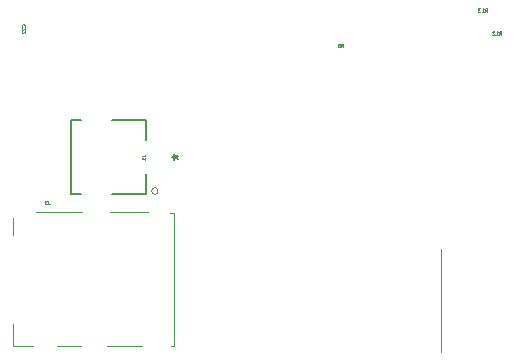
<source format=gbr>
G04 #@! TF.GenerationSoftware,KiCad,Pcbnew,(5.1.5)-3*
G04 #@! TF.CreationDate,2020-04-03T19:02:15-07:00*
G04 #@! TF.ProjectId,ShadowRunner,53686164-6f77-4527-956e-6e65722e6b69,rev?*
G04 #@! TF.SameCoordinates,Original*
G04 #@! TF.FileFunction,Legend,Bot*
G04 #@! TF.FilePolarity,Positive*
%FSLAX46Y46*%
G04 Gerber Fmt 4.6, Leading zero omitted, Abs format (unit mm)*
G04 Created by KiCad (PCBNEW (5.1.5)-3) date 2020-04-03 19:02:15*
%MOMM*%
%LPD*%
G04 APERTURE LIST*
%ADD10C,0.120000*%
%ADD11C,0.152400*%
%ADD12C,0.075000*%
%ADD13C,0.150000*%
G04 APERTURE END LIST*
D10*
X112725000Y-129540000D02*
X112725000Y-131372500D01*
X112725000Y-131372500D02*
X114360000Y-131372500D01*
X112697500Y-121992500D02*
X112697500Y-120537500D01*
X116465000Y-131372500D02*
X118452500Y-131372500D01*
X120670000Y-131372500D02*
X123627500Y-131372500D01*
X114690000Y-120072500D02*
X118510000Y-120072500D01*
X120875000Y-120072500D02*
X124130000Y-120072500D01*
X126015000Y-120102500D02*
X126347500Y-120102500D01*
X126347500Y-120102500D02*
X126347500Y-131372500D01*
X126347500Y-131372500D02*
X126072500Y-131372500D01*
X148905000Y-123175000D02*
X148905000Y-131862500D01*
D11*
X118436560Y-118549600D02*
X117645599Y-118549600D01*
X121108640Y-112250400D02*
X123944799Y-112250400D01*
X123944799Y-116837640D02*
X123944799Y-118549600D01*
X117645599Y-112250400D02*
X118436560Y-112250400D01*
X117645599Y-118549600D02*
X117645599Y-112250400D01*
X123944799Y-118549600D02*
X121108640Y-118549600D01*
X123944799Y-112250400D02*
X123944799Y-113962360D01*
D10*
X124984039Y-118260000D02*
G75*
G03X124984039Y-118260000I-279039J0D01*
G01*
D12*
X115687500Y-119083214D02*
X115687500Y-119297500D01*
X115701785Y-119340357D01*
X115730357Y-119368928D01*
X115773214Y-119383214D01*
X115801785Y-119383214D01*
X115573214Y-119083214D02*
X115387500Y-119083214D01*
X115487500Y-119197500D01*
X115444642Y-119197500D01*
X115416071Y-119211785D01*
X115401785Y-119226071D01*
X115387500Y-119254642D01*
X115387500Y-119326071D01*
X115401785Y-119354642D01*
X115416071Y-119368928D01*
X115444642Y-119383214D01*
X115530357Y-119383214D01*
X115558928Y-119368928D01*
X115573214Y-119354642D01*
X113702142Y-104342142D02*
X113716428Y-104327857D01*
X113730714Y-104285000D01*
X113730714Y-104256428D01*
X113716428Y-104213571D01*
X113687857Y-104185000D01*
X113659285Y-104170714D01*
X113602142Y-104156428D01*
X113559285Y-104156428D01*
X113502142Y-104170714D01*
X113473571Y-104185000D01*
X113445000Y-104213571D01*
X113430714Y-104256428D01*
X113430714Y-104285000D01*
X113445000Y-104327857D01*
X113459285Y-104342142D01*
X113459285Y-104456428D02*
X113445000Y-104470714D01*
X113430714Y-104499285D01*
X113430714Y-104570714D01*
X113445000Y-104599285D01*
X113459285Y-104613571D01*
X113487857Y-104627857D01*
X113516428Y-104627857D01*
X113559285Y-104613571D01*
X113730714Y-104442142D01*
X113730714Y-104627857D01*
X113459285Y-104742142D02*
X113445000Y-104756428D01*
X113430714Y-104785000D01*
X113430714Y-104856428D01*
X113445000Y-104885000D01*
X113459285Y-104899285D01*
X113487857Y-104913571D01*
X113516428Y-104913571D01*
X113559285Y-104899285D01*
X113730714Y-104727857D01*
X113730714Y-104913571D01*
X140475000Y-106080714D02*
X140575000Y-105937857D01*
X140646428Y-106080714D02*
X140646428Y-105780714D01*
X140532142Y-105780714D01*
X140503571Y-105795000D01*
X140489285Y-105809285D01*
X140475000Y-105837857D01*
X140475000Y-105880714D01*
X140489285Y-105909285D01*
X140503571Y-105923571D01*
X140532142Y-105937857D01*
X140646428Y-105937857D01*
X140217857Y-105780714D02*
X140275000Y-105780714D01*
X140303571Y-105795000D01*
X140317857Y-105809285D01*
X140346428Y-105852142D01*
X140360714Y-105909285D01*
X140360714Y-106023571D01*
X140346428Y-106052142D01*
X140332142Y-106066428D01*
X140303571Y-106080714D01*
X140246428Y-106080714D01*
X140217857Y-106066428D01*
X140203571Y-106052142D01*
X140189285Y-106023571D01*
X140189285Y-105952142D01*
X140203571Y-105923571D01*
X140217857Y-105909285D01*
X140246428Y-105895000D01*
X140303571Y-105895000D01*
X140332142Y-105909285D01*
X140346428Y-105923571D01*
X140360714Y-105952142D01*
X153867857Y-105050714D02*
X153967857Y-104907857D01*
X154039285Y-105050714D02*
X154039285Y-104750714D01*
X153925000Y-104750714D01*
X153896428Y-104765000D01*
X153882142Y-104779285D01*
X153867857Y-104807857D01*
X153867857Y-104850714D01*
X153882142Y-104879285D01*
X153896428Y-104893571D01*
X153925000Y-104907857D01*
X154039285Y-104907857D01*
X153582142Y-105050714D02*
X153753571Y-105050714D01*
X153667857Y-105050714D02*
X153667857Y-104750714D01*
X153696428Y-104793571D01*
X153725000Y-104822142D01*
X153753571Y-104836428D01*
X153467857Y-104779285D02*
X153453571Y-104765000D01*
X153425000Y-104750714D01*
X153353571Y-104750714D01*
X153325000Y-104765000D01*
X153310714Y-104779285D01*
X153296428Y-104807857D01*
X153296428Y-104836428D01*
X153310714Y-104879285D01*
X153482142Y-105050714D01*
X153296428Y-105050714D01*
X152667857Y-103100714D02*
X152767857Y-102957857D01*
X152839285Y-103100714D02*
X152839285Y-102800714D01*
X152725000Y-102800714D01*
X152696428Y-102815000D01*
X152682142Y-102829285D01*
X152667857Y-102857857D01*
X152667857Y-102900714D01*
X152682142Y-102929285D01*
X152696428Y-102943571D01*
X152725000Y-102957857D01*
X152839285Y-102957857D01*
X152382142Y-103100714D02*
X152553571Y-103100714D01*
X152467857Y-103100714D02*
X152467857Y-102800714D01*
X152496428Y-102843571D01*
X152525000Y-102872142D01*
X152553571Y-102886428D01*
X152282142Y-102800714D02*
X152096428Y-102800714D01*
X152196428Y-102915000D01*
X152153571Y-102915000D01*
X152125000Y-102929285D01*
X152110714Y-102943571D01*
X152096428Y-102972142D01*
X152096428Y-103043571D01*
X152110714Y-103072142D01*
X152125000Y-103086428D01*
X152153571Y-103100714D01*
X152239285Y-103100714D01*
X152267857Y-103086428D01*
X152282142Y-103072142D01*
X123608313Y-115300000D02*
X123822599Y-115300000D01*
X123865456Y-115285714D01*
X123894027Y-115257142D01*
X123908313Y-115214285D01*
X123908313Y-115185714D01*
X123908313Y-115600000D02*
X123908313Y-115428571D01*
X123908313Y-115514285D02*
X123608313Y-115514285D01*
X123651170Y-115485714D01*
X123679741Y-115457142D01*
X123694027Y-115428571D01*
D13*
X126202380Y-115400000D02*
X126440476Y-115400000D01*
X126345238Y-115161904D02*
X126440476Y-115400000D01*
X126345238Y-115638095D01*
X126630952Y-115257142D02*
X126440476Y-115400000D01*
X126630952Y-115542857D01*
M02*

</source>
